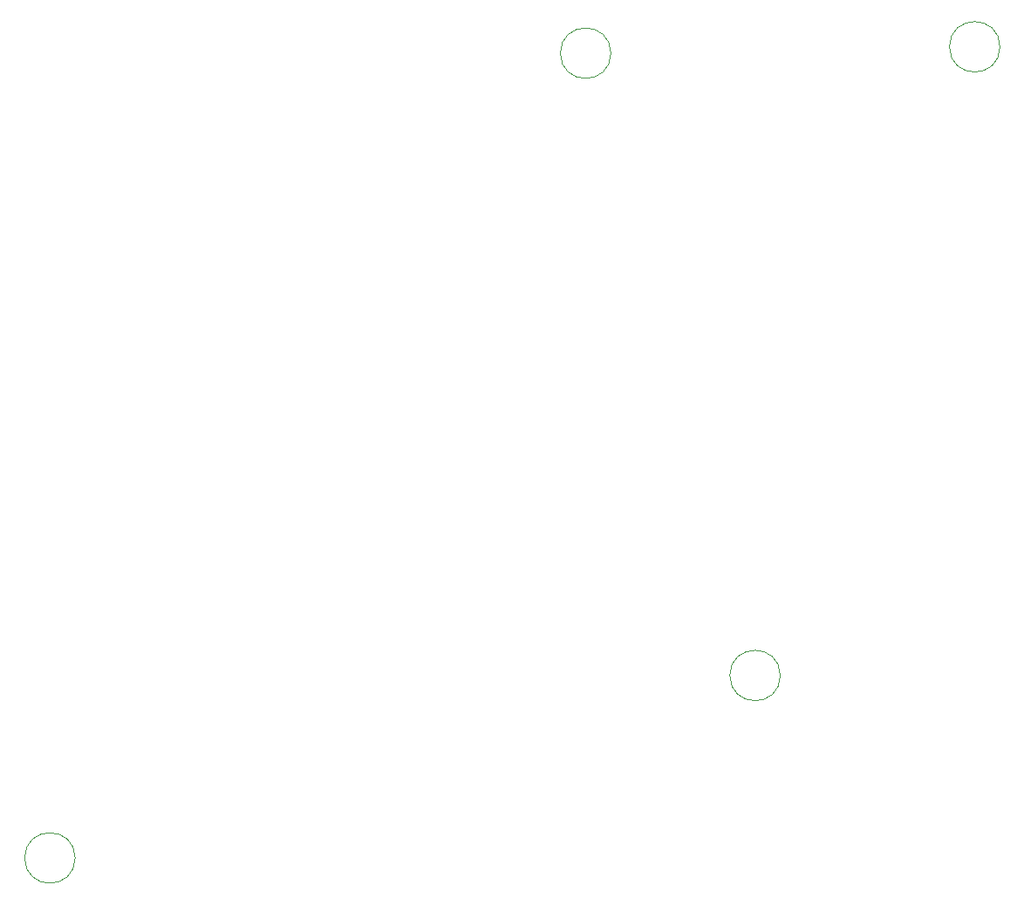
<source format=gbr>
%TF.GenerationSoftware,KiCad,Pcbnew,9.0.2-9.0.2-0~ubuntu24.04.1*%
%TF.CreationDate,2025-07-03T20:23:05-04:00*%
%TF.ProjectId,top,746f702e-6b69-4636-9164-5f7063625858,rev?*%
%TF.SameCoordinates,Original*%
%TF.FileFunction,Other,User*%
%FSLAX46Y46*%
G04 Gerber Fmt 4.6, Leading zero omitted, Abs format (unit mm)*
G04 Created by KiCad (PCBNEW 9.0.2-9.0.2-0~ubuntu24.04.1) date 2025-07-03 20:23:05*
%MOMM*%
%LPD*%
G01*
G04 APERTURE LIST*
%ADD10C,0.050000*%
G04 APERTURE END LIST*
D10*
%TO.C,  *%
X141410000Y-63310000D02*
G75*
G02*
X136510000Y-63310000I-2450000J0D01*
G01*
X136510000Y-63310000D02*
G75*
G02*
X141410000Y-63310000I2450000J0D01*
G01*
X179180000Y-62690000D02*
G75*
G02*
X174280000Y-62690000I-2450000J0D01*
G01*
X174280000Y-62690000D02*
G75*
G02*
X179180000Y-62690000I2450000J0D01*
G01*
X89410000Y-141460000D02*
G75*
G02*
X84510000Y-141460000I-2450000J0D01*
G01*
X84510000Y-141460000D02*
G75*
G02*
X89410000Y-141460000I2450000J0D01*
G01*
X157860000Y-123740000D02*
G75*
G02*
X152960000Y-123740000I-2450000J0D01*
G01*
X152960000Y-123740000D02*
G75*
G02*
X157860000Y-123740000I2450000J0D01*
G01*
%TD*%
M02*

</source>
